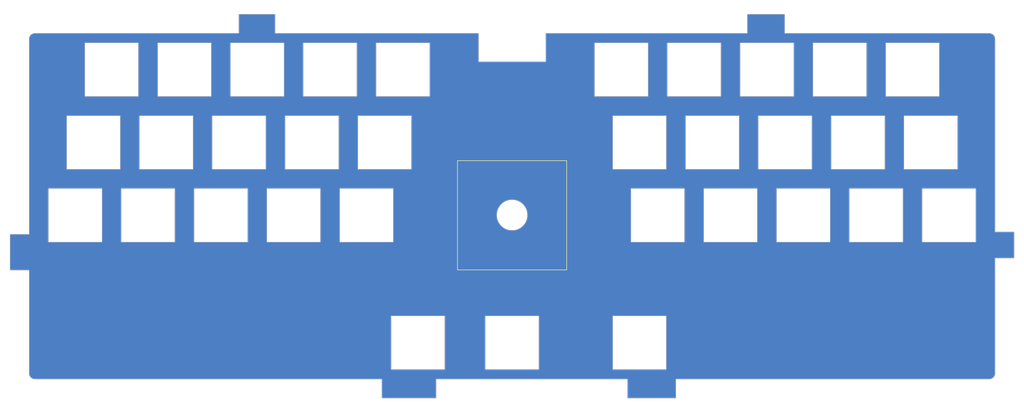
<source format=kicad_pcb>
(kicad_pcb (version 20221018) (generator pcbnew)
  (layers (0 "F.Cu" signal) (31 "B.Cu" signal) (34 "B.Paste" user) (35 "F.Paste" user) (36 "B.SilkS" user "B.Silkscreen") (37 "F.SilkS" user "F.Silkscreen") (38 "B.Mask" user) (39 "F.Mask" user) (44 "Edge.Cuts" user))
  (net 0 "")
  (net 1 "gnd")
  (footprint "ScottoKeebs_Cutout:Cutout_MX_1.00u" (layer "F.Cu") (at 200.025 57.15 -90)
    (fp_text reference "S22" hide)
    (fp_text value "Keyswitch" hide)
    (fp_line (start -7 -7) (end -7 7) (stroke (width 0.1)) (layer "Edge.Cuts"))
    (fp_line (start -7 7) (end 7 7) (stroke (width 0.1)) (layer "Edge.Cuts"))
    (fp_line (start 7 -7) (end -7 -7) (stroke (width 0.1)) (layer "Edge.Cuts"))
    (fp_line (start 7 7) (end 7 -7) (stroke (width 0.1)) (layer "Edge.Cuts"))
  )
  (footprint "ScottoKeebs_Cutout:Cutout_MX_1.00u" (layer "F.Cu") (at 185.7375 76.2 -90)
    (fp_text reference "S26" hide)
    (fp_text value "Keyswitch" hide)
    (fp_line (start -7 -7) (end -7 7) (stroke (width 0.1)) (layer "Edge.Cuts"))
    (fp_line (start -7 7) (end 7 7) (stroke (width 0.1)) (layer "Edge.Cuts"))
    (fp_line (start 7 -7) (end -7 -7) (stroke (width 0.1)) (layer "Edge.Cuts"))
    (fp_line (start 7 7) (end 7 -7) (stroke (width 0.1)) (layer "Edge.Cuts"))
  )
  (footprint "ScottoKeebs_Cutout:Cutout_MX_1.00u" (layer "F.Cu") (at 180.975 57.15 -90)
    (fp_text reference "S21" hide)
    (fp_text value "Keyswitch" hide)
    (fp_line (start -7 -7) (end -7 7) (stroke (width 0.1)) (layer "Edge.Cuts"))
    (fp_line (start -7 7) (end 7 7) (stroke (width 0.1)) (layer "Edge.Cuts"))
    (fp_line (start 7 -7) (end -7 -7) (stroke (width 0.1)) (layer "Edge.Cuts"))
    (fp_line (start 7 7) (end 7 -7) (stroke (width 0.1)) (layer "Edge.Cuts"))
  )
  (footprint "ScottoKeebs_Cutout:Cutout_MX_1.00u" (layer "F.Cu") (at 195.2625 38.1 -90)
    (fp_text reference "S17" hide)
    (fp_text value "Keyswitch" hide)
    (fp_line (start -7 -7) (end -7 7) (stroke (width 0.1)) (layer "Edge.Cuts"))
    (fp_line (start -7 7) (end 7 7) (stroke (width 0.1)) (layer "Edge.Cuts"))
    (fp_line (start 7 -7) (end -7 -7) (stroke (width 0.1)) (layer "Edge.Cuts"))
    (fp_line (start 7 7) (end 7 -7) (stroke (width 0.1)) (layer "Edge.Cuts"))
  )
  (footprint "ScottoKeebs_Cutout:Cutout_MX_1.00u" (layer "F.Cu") (at 114.3 57.15 90)
    (fp_text reference "S10" hide)
    (fp_text value "Keyswitch" hide)
    (fp_line (start -7 -7) (end -7 7) (stroke (width 0.1)) (layer "Edge.Cuts"))
    (fp_line (start -7 7) (end 7 7) (stroke (width 0.1)) (layer "Edge.Cuts"))
    (fp_line (start 7 -7) (end -7 -7) (stroke (width 0.1)) (layer "Edge.Cuts"))
    (fp_line (start 7 7) (end 7 -7) (stroke (width 0.1)) (layer "Edge.Cuts"))
  )
  (footprint "ScottoKeebs_Cutout:Cutout_MX_1.00u" (layer "F.Cu") (at 109.5375 76.2 90)
    (fp_text reference "S15" hide)
    (fp_text value "Keyswitch" hide)
    (fp_line (start -7 -7) (end -7 7) (stroke (width 0.1)) (layer "Edge.Cuts"))
    (fp_line (start -7 7) (end 7 7) (stroke (width 0.1)) (layer "Edge.Cuts"))
    (fp_line (start 7 -7) (end -7 -7) (stroke (width 0.1)) (layer "Edge.Cuts"))
    (fp_line (start 7 7) (end 7 -7) (stroke (width 0.1)) (layer "Edge.Cuts"))
  )
  (footprint "ScottoKeebs_Cutout:Cutout_MX_1.00u" (layer "F.Cu") (at 257.175 57.15 -90)
    (fp_text reference "S25" hide)
    (fp_text value "Keyswitch" hide)
    (fp_line (start -7 -7) (end -7 7) (stroke (width 0.1)) (layer "Edge.Cuts"))
    (fp_line (start -7 7) (end 7 7) (stroke (width 0.1)) (layer "Edge.Cuts"))
    (fp_line (start 7 -7) (end -7 -7) (stroke (width 0.1)) (layer "Edge.Cuts"))
    (fp_line (start 7 7) (end 7 -7) (stroke (width 0.1)) (layer "Edge.Cuts"))
  )
  (footprint "ScottoKeebs_Cutout:Cutout_MX_1.00u" (layer "F.Cu") (at 76.2 57.15 90)
    (fp_text reference "S8" hide)
    (fp_text value "Keyswitch" hide)
    (fp_line (start -7 -7) (end -7 7) (stroke (width 0.1)) (layer "Edge.Cuts"))
    (fp_line (start -7 7) (end 7 7) (stroke (width 0.1)) (layer "Edge.Cuts"))
    (fp_line (start 7 -7) (end -7 -7) (stroke (width 0.1)) (layer "Edge.Cuts"))
    (fp_line (start 7 7) (end 7 -7) (stroke (width 0.1)) (layer "Edge.Cuts"))
  )
  (footprint "ScottoKeebs_Cutout:Cutout_MX_1.00u" (layer "F.Cu") (at 122.9875 109.5375 90)
    (fp_text reference "S31" hide)
    (fp_text value "Keyswitch" hide)
    (fp_line (start -7 -7) (end -7 7) (stroke (width 0.1)) (layer "Edge.Cuts"))
    (fp_line (start -7 7) (end 7 7) (stroke (width 0.1)) (layer "Edge.Cuts"))
    (fp_line (start 7 -7) (end -7 -7) (stroke (width 0.1)) (layer "Edge.Cuts"))
    (fp_line (start 7 7) (end 7 -7) (stroke (width 0.1)) (layer "Edge.Cuts"))
  )
  (footprint "ScottoKeebs_Cutout:Cutout_MX_1.00u" (layer "F.Cu") (at 180.97 109.5375 -90)
    (fp_text reference "S33" hide)
    (fp_text value "Keyswitch" hide)
    (fp_line (start -7 -7) (end -7 7) (stroke (width 0.1)) (layer "Edge.Cuts"))
    (fp_line (start -7 7) (end 7 7) (stroke (width 0.1)) (layer "Edge.Cuts"))
    (fp_line (start 7 -7) (end -7 -7) (stroke (width 0.1)) (layer "Edge.Cuts"))
    (fp_line (start 7 7) (end 7 -7) (stroke (width 0.1)) (layer "Edge.Cuts"))
  )
  (footprint "ScottoKeebs_Cutout:Cutout_MX_1.00u" (layer "F.Cu") (at 90.4875 76.2 90)
    (fp_text reference "S14" hide)
    (fp_text value "Keyswitch" hide)
    (fp_line (start -7 -7) (end -7 7) (stroke (width 0.1)) (layer "Edge.Cuts"))
    (fp_line (start -7 7) (end 7 7) (stroke (width 0.1)) (layer "Edge.Cuts"))
    (fp_line (start 7 -7) (end -7 -7) (stroke (width 0.1)) (layer "Edge.Cuts"))
    (fp_line (start 7 7) (end 7 -7) (stroke (width 0.1)) (layer "Edge.Cuts"))
  )
  (footprint "ScottoKeebs_Cutout:Cutout_MX_1.00u" (layer "F.Cu") (at 261.9375 76.2 -90)
    (fp_text reference "S30" hide)
    (fp_text value "Keyswitch" hide)
    (fp_line (start -7 -7) (end -7 7) (stroke (width 0.1)) (layer "Edge.Cuts"))
    (fp_line (start -7 7) (end 7 7) (stroke (width 0.1)) (layer "Edge.Cuts"))
    (fp_line (start 7 -7) (end -7 -7) (stroke (width 0.1)) (layer "Edge.Cuts"))
    (fp_line (start 7 7) (end 7 -7) (stroke (width 0.1)) (layer "Edge.Cuts"))
  )
  (footprint "ScottoKeebs_Cutout:Cutout_MX_1.00u" (layer "F.Cu") (at 238.125 57.15 -90)
    (fp_text reference "S24" hide)
    (fp_text value "Keyswitch" hide)
    (fp_line (start -7 -7) (end -7 7) (stroke (width 0.1)) (layer "Edge.Cuts"))
    (fp_line (start -7 7) (end 7 7) (stroke (width 0.1)) (layer "Edge.Cuts"))
    (fp_line (start 7 -7) (end -7 -7) (stroke (width 0.1)) (layer "Edge.Cuts"))
    (fp_line (start 7 7) (end 7 -7) (stroke (width 0.1)) (layer "Edge.Cuts"))
  )
  (footprint "ScottoKeebs_Cutout:Cutout_MX_1.00u" (layer "F.Cu") (at 42.8625 38.1 90)
    (fp_text reference "S1" hide)
    (fp_text value "Keyswitch" hide)
    (fp_line (start -7 -7) (end -7 7) (stroke (width 0.1)) (layer "Edge.Cuts"))
    (fp_line (start -7 7) (end 7 7) (stroke (width 0.1)) (layer "Edge.Cuts"))
    (fp_line (start 7 -7) (end -7 -7) (stroke (width 0.1)) (layer "Edge.Cuts"))
    (fp_line (start 7 7) (end 7 -7) (stroke (width 0.1)) (layer "Edge.Cuts"))
  )
  (footprint "ScottoKeebs_Cutout:Cutout_MX_1.00u" (layer "F.Cu") (at 219.075 57.15 -90)
    (fp_text reference "S23" hide)
    (fp_text value "Keyswitch" hide)
    (fp_line (start -7 -7) (end -7 7) (stroke (width 0.1)) (layer "Edge.Cuts"))
    (fp_line (start -7 7) (end 7 7) (stroke (width 0.1)) (layer "Edge.Cuts"))
    (fp_line (start 7 -7) (end -7 -7) (stroke (width 0.1)) (layer "Edge.Cuts"))
    (fp_line (start 7 7) (end 7 -7) (stroke (width 0.1)) (layer "Edge.Cuts"))
  )
  (footprint "ScottoKeebs_Cutout:Cutout_MX_1.00u" (layer "F.Cu") (at 233.3625 38.1 -90)
    (fp_text reference "S19" hide)
    (fp_text value "Keyswitch" hide)
    (fp_line (start -7 -7) (end -7 7) (stroke (width 0.1)) (layer "Edge.Cuts"))
    (fp_line (start -7 7) (end 7 7) (stroke (width 0.1)) (layer "Edge.Cuts"))
    (fp_line (start 7 -7) (end -7 -7) (stroke (width 0.1)) (layer "Edge.Cuts"))
    (fp_line (start 7 7) (end 7 -7) (stroke (width 0.1)) (layer "Edge.Cuts"))
  )
  (footprint "ScottoKeebs_Cutout:Cutout_MX_1.00u" (layer "F.Cu") (at 71.4375 76.2 90)
    (fp_text reference "S13" hide)
    (fp_text value "Keyswitch" hide)
    (fp_line (start -7 -7) (end -7 7) (stroke (width 0.1)) (layer "Edge.Cuts"))
    (fp_line (start -7 7) (end 7 7) (stroke (width 0.1)) (layer "Edge.Cuts"))
    (fp_line (start 7 -7) (end -7 -7) (stroke (width 0.1)) (layer "Edge.Cuts"))
    (fp_line (start 7 7) (end 7 -7) (stroke (width 0.1)) (layer "Edge.Cuts"))
  )
  (footprint "ScottoKeebs_Cutout:Cutout_MX_1.00u" (layer "F.Cu") (at 100.0125 38.1 90)
    (fp_text reference "S4" hide)
    (fp_text value "Keyswitch" hide)
    (fp_line (start -7 -7) (end -7 7) (stroke (width 0.1)) (layer "Edge.Cuts"))
    (fp_line (start -7 7) (end 7 7) (stroke (width 0.1)) (layer "Edge.Cuts"))
    (fp_line (start 7 -7) (end -7 -7) (stroke (width 0.1)) (layer "Edge.Cuts"))
    (fp_line (start 7 7) (end 7 -7) (stroke (width 0.1)) (layer "Edge.Cuts"))
  )
  (footprint "ScottoKeebs_Cutout:Cutout_MX_1.00u" (layer "F.Cu") (at 252.4125 38.1 -90)
    (fp_text reference "S20" hide)
    (fp_text value "Keyswitch" hide)
    (fp_line (start -7 -7) (end -7 7) (stroke (width 0.1)) (layer "Edge.Cuts"))
    (fp_line (start -7 7) (end 7 7) (stroke (width 0.1)) (layer "Edge.Cuts"))
    (fp_line (start 7 -7) (end -7 -7) (stroke (width 0.1)) (layer "Edge.Cuts"))
    (fp_line (start 7 7) (end 7 -7) (stroke (width 0.1)) (layer "Edge.Cuts"))
  )
  (footprint "ScottoKeebs_Cutout:Cutout_MX_1.00u" (layer "F.Cu") (at 176.2125 38.1 -90)
    (fp_text reference "S16" hide)
    (fp_text value "Keyswitch" hide)
    (fp_line (start -7 -7) (end -7 7) (stroke (width 0.1)) (layer "Edge.Cuts"))
    (fp_line (start -7 7) (end 7 7) (stroke (width 0.1)) (layer "Edge.Cuts"))
    (fp_line (start 7 -7) (end -7 -7) (stroke (width 0.1)) (layer "Edge.Cuts"))
    (fp_line (start 7 7) (end 7 -7) (stroke (width 0.1)) (layer "Edge.Cuts"))
  )
  (footprint "ScottoKeebs_Cutout:Cutout_MX_1.00u" (layer "F.Cu") (at 57.15 57.15 90)
    (fp_text reference "S7" hide)
    (fp_text value "Keyswitch" hide)
    (fp_line (start -7 -7) (end -7 7) (stroke (width 0.1)) (layer "Edge.Cuts"))
    (fp_line (start -7 7) (end 7 7) (stroke (width 0.1)) (layer "Edge.Cuts"))
    (fp_line (start 7 -7) (end -7 -7) (stroke (width 0.1)) (layer "Edge.Cuts"))
    (fp_line (start 7 7) (end 7 -7) (stroke (width 0.1)) (layer "Edge.Cuts"))
  )
  (footprint "ScottoKeebs_Cutout:Cutout_MX_1.00u" (layer "F.Cu") (at 242.8875 76.2 -90)
    (fp_text reference "S29" hide)
    (fp_text value "Keyswitch" hide)
    (fp_line (start -7 -7) (end -7 7) (stroke (width 0.1)) (layer "Edge.Cuts"))
    (fp_line (start -7 7) (end 7 7) (stroke (width 0.1)) (layer "Edge.Cuts"))
    (fp_line (start 7 -7) (end -7 -7) (stroke (width 0.1)) (layer "Edge.Cuts"))
    (fp_line (start 7 7) (end 7 -7) (stroke (width 0.1)) (layer "Edge.Cuts"))
  )
  (footprint "ScottoKeebs_Cutout:Cutout_MX_1.00u" (layer "F.Cu") (at 38.1 57.15 90)
    (fp_text reference "S6" hide)
    (fp_text value "Keyswitch" hide)
    (fp_line (start -7 -7) (end -7 7) (stroke (width 0.1)) (layer "Edge.Cuts"))
    (fp_line (start -7 7) (end 7 7) (stroke (width 0.1)) (layer "Edge.Cuts"))
    (fp_line (start 7 -7) (end -7 -7) (stroke (width 0.1)) (layer "Edge.Cuts"))
    (fp_line (start 7 7) (end 7 -7) (stroke (width 0.1)) (layer "Edge.Cuts"))
  )
  (footprint "ScottoKeebs_Cutout:Cutout_MX_1.00u" (layer "F.Cu") (at 33.3375 76.2 90)
    (fp_text reference "S11" hide)
    (fp_text value "Keyswitch" hide)
    (fp_line (start -7 -7) (end -7 7) (stroke (width 0.1)) (layer "Edge.Cuts"))
    (fp_line (start -7 7) (end 7 7) (stroke (width 0.1)) (layer "Edge.Cuts"))
    (fp_line (start 7 -7) (end -7 -7) (stroke (width 0.1)) (layer "Edge.Cuts"))
    (fp_line (start 7 7) (end 7 -7) (stroke (width 0.1)) (layer "Edge.Cuts"))
  )
  (footprint "ScottoKeebs_Cutout:Cutout_MX_1.00u" (layer "F.Cu") (at 147.6375 109.5375 90)
    (fp_text reference "S32" hide)
    (fp_text value "Keyswitch" hide)
    (fp_line (start -7 -7) (end -7 7) (stroke (width 0.1)) (layer "Edge.Cuts"))
    (fp_line (start -7 7) (end 7 7) (stroke (width 0.1)) (layer "Edge.Cuts"))
    (fp_line (start 7 -7) (end -7 -7) (stroke (width 0.1)) (layer "Edge.Cuts"))
    (fp_line (start 7 7) (end 7 -7) (stroke (width 0.1)) (layer "Edge.Cuts"))
  )
  (footprint "ScottoKeebs_Cutout:Cutout_MX_1.00u" (layer "F.Cu") (at 214.3125 38.1 -90)
    (fp_text reference "S18" hide)
    (fp_text value "Keyswitch" hide)
    (fp_line (start -7 -7) (end -7 7) (stroke (width 0.1)) (layer "Edge.Cuts"))
    (fp_line (start -7 7) (end 7 7) (stroke (width 0.1)) (layer "Edge.Cuts"))
    (fp_line (start 7 -7) (end -7 -7) (stroke (width 0.1)) (layer "Edge.Cuts"))
    (fp_line (start 7 7) (end 7 -7) (stroke (width 0.1)) (layer "Edge.Cuts"))
  )
  (footprint "ScottoKeebs_Cutout:Cutout_MX_1.00u" (layer "F.Cu") (at 223.8375 76.2 -90)
    (fp_text reference "S28" hide)
    (fp_text value "Keyswitch" hide)
    (fp_line (start -7 -7) (end -7 7) (stroke (width 0.1)) (layer "Edge.Cuts"))
    (fp_line (start -7 7) (end 7 7) (stroke (width 0.1)) (layer "Edge.Cuts"))
    (fp_line (start 7 -7) (end -7 -7) (stroke (width 0.1)) (layer "Edge.Cuts"))
    (fp_line (start 7 7) (end 7 -7) (stroke (width 0.1)) (layer "Edge.Cuts"))
  )
  (footprint "ScottoKeebs_Cutout:Cutout_MX_1.00u" (layer "F.Cu") (at 204.7875 76.2 -90)
    (fp_text reference "S27" hide)
    (fp_text value "Keyswitch" hide)
    (fp_line (start -7 -7) (end -7 7) (stroke (width 0.1)) (layer "Edge.Cuts"))
    (fp_line (start -7 7) (end 7 7) (stroke (width 0.1)) (layer "Edge.Cuts"))
    (fp_line (start 7 -7) (end -7 -7) (stroke (width 0.1)) (layer "Edge.Cuts"))
    (fp_line (start 7 7) (end 7 -7) (stroke (width 0.1)) (layer "Edge.Cuts"))
  )
  (footprint "ScottoKeebs_Cutout:Cutout_MX_1.00u" (layer "F.Cu") (at 80.9625 38.1 90)
    (fp_text reference "S3" hide)
    (fp_text value "Keyswitch" hide)
    (fp_line (start -7 -7) (end -7 7) (stroke (width 0.1)) (layer "Edge.Cuts"))
    (fp_line (start -7 7) (end 7 7) (stroke (width 0.1)) (layer "Edge.Cuts"))
    (fp_line (start 7 -7) (end -7 -7) (stroke (width 0.1)) (layer "Edge.Cuts"))
    (fp_line (start 7 7) (end 7 -7) (stroke (width 0.1)) (layer "Edge.Cuts"))
  )
  (footprint "ScottoKeebs_Cutout:Cutout_MX_1.00u" (layer "F.Cu") (at 61.9125 38.1 90)
    (fp_text reference "S2" hide)
    (fp_text value "Keyswitch" hide)
    (fp_line (start -7 -7) (end -7 7) (stroke (width 0.1)) (layer "Edge.Cuts"))
    (fp_line (start -7 7) (end 7 7) (stroke (width 0.1)) (layer "Edge.Cuts"))
    (fp_line (start 7 -7) (end -7 -7) (stroke (width 0.1)) (layer "Edge.Cuts"))
    (fp_line (start 7 7) (end 7 -7) (stroke (width 0.1)) (layer "Edge.Cuts"))
  )
  (footprint "ScottoKeebs_Cutout:Cutout_MX_1.00u" (layer "F.Cu") (at 95.25 57.15 90)
    (fp_text reference "S9" hide)
    (fp_text value "Keyswitch" hide)
    (fp_line (start -7 -7) (end -7 7) (stroke (width 0.1)) (layer "Edge.Cuts"))
    (fp_line (start -7 7) (end 7 7) (stroke (width 0.1)) (layer "Edge.Cuts"))
    (fp_line (start 7 -7) (end -7 -7) (stroke (width 0.1)) (layer "Edge.Cuts"))
    (fp_line (start 7 7) (end 7 -7) (stroke (width 0.1)) (layer "Edge.Cuts"))
  )
  (footprint "ScottoKeebs_Cutout:Cutout_MX_1.00u" (layer "F.Cu") (at 119.0625 38.1 90)
    (fp_text reference "S5" hide)
    (fp_text value "Keyswitch" hide)
    (fp_line (start -7 -7) (end -7 7) (stroke (width 0.1)) (layer "Edge.Cuts"))
    (fp_line (start -7 7) (end 7 7) (stroke (width 0.1)) (layer "Edge.Cuts"))
    (fp_line (start 7 -7) (end -7 -7) (stroke (width 0.1)) (layer "Edge.Cuts"))
    (fp_line (start 7 7) (end 7 -7) (stroke (width 0.1)) (layer "Edge.Cuts"))
  )
  (footprint "ScottoKeebs_Cutout:Cutout_MX_1.00u" (layer "F.Cu") (at 52.3875 76.2 90)
    (fp_text reference "S12" hide)
    (fp_text value "Keyswitch" hide)
    (fp_line (start -7 -7) (end -7 7) (stroke (width 0.1)) (layer "Edge.Cuts"))
    (fp_line (start -7 7) (end 7 7) (stroke (width 0.1)) (layer "Edge.Cuts"))
    (fp_line (start 7 -7) (end -7 -7) (stroke (width 0.1)) (layer "Edge.Cuts"))
    (fp_line (start 7 7) (end 7 -7) (stroke (width 0.1)) (layer "Edge.Cuts"))
  )
  (gr_rect (start 133.35 61.9125) (end 161.925 90.4875) (stroke (width 0.15)) (fill none) (layer "F.SilkS"))
  (gr_line (start 138.87 28.580177) (end 138.87 36) (stroke (width 0.1)) (layer "Edge.Cuts"))
  (gr_arc (start 272.532315 28.580177) (mid 273.57 29.01) (end 273.999823 30.047685) (stroke (width 0.1)) (layer "Edge.Cuts"))
  (gr_line (start 218.95 28.580177) (end 272.532315 28.580177) (stroke (width 0.1)) (layer "Edge.Cuts"))
  (gr_line (start 177.83 119.059823) (end 177.83 124.06) (stroke (width 0.1)) (layer "Edge.Cuts"))
  (gr_line (start 21.270177 117.592315) (end 21.270177 90.58) (stroke (width 0.1)) (layer "Edge.Cuts"))
  (gr_line (start 209.19 28.580177) (end 209.19 23.58) (stroke (width 0.1)) (layer "Edge.Cuts"))
  (gr_line (start 273.999823 80.54) (end 279 80.54) (stroke (width 0.1)) (layer "Edge.Cuts"))
  (gr_line (start 177.83 119.059823) (end 127.77 119.059823) (stroke (width 0.1)) (layer "Edge.Cuts"))
  (gr_line (start 113.56 119.059823) (end 22.737685 119.059823) (stroke (width 0.1)) (layer "Edge.Cuts"))
  (gr_line (start 85.63 23.58) (end 76.12 23.58) (stroke (width 0.1)) (layer "Edge.Cuts"))
  (gr_line (start 177.83 124.06) (end 190.5 124.06) (stroke (width 0.1)) (layer "Edge.Cuts"))
  (gr_line (start 85.63 28.580177) (end 138.87 28.580177) (stroke (width 0.1)) (layer "Edge.Cuts"))
  (gr_line (start 273.999823 87.41) (end 279 87.41) (stroke (width 0.1)) (layer "Edge.Cuts"))
  (gr_arc (start 21.270177 30.047685) (mid 21.7 29.01) (end 22.737685 28.580177) (stroke (width 0.1)) (layer "Edge.Cuts"))
  (gr_line (start 21.270177 90.58) (end 16.27 90.58) (stroke (width 0.1)) (layer "Edge.Cuts"))
  (gr_line (start 21.270177 81.18) (end 16.27 81.18) (stroke (width 0.1)) (layer "Edge.Cuts"))
  (gr_line (start 273.999823 87.41) (end 273.999823 117.592315) (stroke (width 0.1)) (layer "Edge.Cuts"))
  (gr_line (start 272.532315 119.059823) (end 190.5 119.059823) (stroke (width 0.1)) (layer "Edge.Cuts"))
  (gr_line (start 279 87.41) (end 279 80.54) (stroke (width 0.1)) (layer "Edge.Cuts"))
  (gr_line (start 156.45 28.580177) (end 156.45 36) (stroke (width 0.1)) (layer "Edge.Cuts"))
  (gr_line (start 21.270177 81.18) (end 21.270177 30.047685) (stroke (width 0.1)) (layer "Edge.Cuts"))
  (gr_line (start 85.63 28.580177) (end 85.63 23.58) (stroke (width 0.1)) (layer "Edge.Cuts"))
  (gr_line (start 156.45 28.580177) (end 209.19 28.580177) (stroke (width 0.1)) (layer "Edge.Cuts"))
  (gr_line (start 113.56 119.059823) (end 113.56 124.06) (stroke (width 0.1)) (layer "Edge.Cuts"))
  (gr_line (start 218.95 28.580177) (end 218.95 23.58) (stroke (width 0.1)) (layer "Edge.Cuts"))
  (gr_line (start 218.95 23.58) (end 209.19 23.58) (stroke (width 0.1)) (layer "Edge.Cuts"))
  (gr_line (start 273.999823 30.047685) (end 273.999823 80.54) (stroke (width 0.1)) (layer "Edge.Cuts"))
  (gr_line (start 16.27 90.58) (end 16.27 81.18) (stroke (width 0.1)) (layer "Edge.Cuts"))
  (gr_line (start 138.87 28.580177) (end 138.87 28.580177) (stroke (width 0.1)) (layer "Edge.Cuts"))
  (gr_arc (start 273.999823 117.592315) (mid 273.57 118.63) (end 272.532315 119.059823) (stroke (width 0.1)) (layer "Edge.Cuts"))
  (gr_line (start 76.12 28.580177) (end 76.12 23.58) (stroke (width 0.1)) (layer "Edge.Cuts"))
  (gr_line (start 22.737685 28.580177) (end 76.12 28.580177) (stroke (width 0.1)) (layer "Edge.Cuts"))
  (gr_line (start 127.77 119.059823) (end 127.77 124.06) (stroke (width 0.1)) (layer "Edge.Cuts"))
  (gr_line (start 190.5 119.059823) (end 190.5 124.06) (stroke (width 0.1)) (layer "Edge.Cuts"))
  (gr_line (start 127.77 124.06) (end 113.56 124.06) (stroke (width 0.1)) (layer "Edge.Cuts"))
  (gr_circle (center 147.637715 76.136546) (end 151.64 76.12) (stroke (width 0.1)) (fill none) (layer "Edge.Cuts"))
  (gr_line (start 138.87 36) (end 156.45 36) (stroke (width 0.1)) (layer "Edge.Cuts"))
  (gr_arc (start 22.737685 119.059823) (mid 21.7 118.63) (end 21.270177 117.592315) (stroke (width 0.1)) (layer "Edge.Cuts"))
  (zone (net 1) (net_name "gnd") (layer "F.Cu") (connect_pads (clearance 0.3)) (min_thickness 0.3) (fill yes (thermal_gap 0.5) (thermal_bridge_width 0.5))
    (polygon (pts (xy 13.6525 20.435) (xy 280.4725 21.455) (xy 281.4225 128.2125) (xy 14.6025 127.1925)))
  )
  (zone (net 1) (net_name "gnd") (layer "B.Cu") (priority 2) (connect_pads (clearance 0.3)) (min_thickness 0.3) (fill yes (thermal_gap 0.5) (thermal_bridge_width 0.5))
    (polygon (pts (xy 14.5225 19.875) (xy 281.4325 20.665) (xy 281.5925 126.4725) (xy 14.6825 125.6825)))
  )
)
</source>
